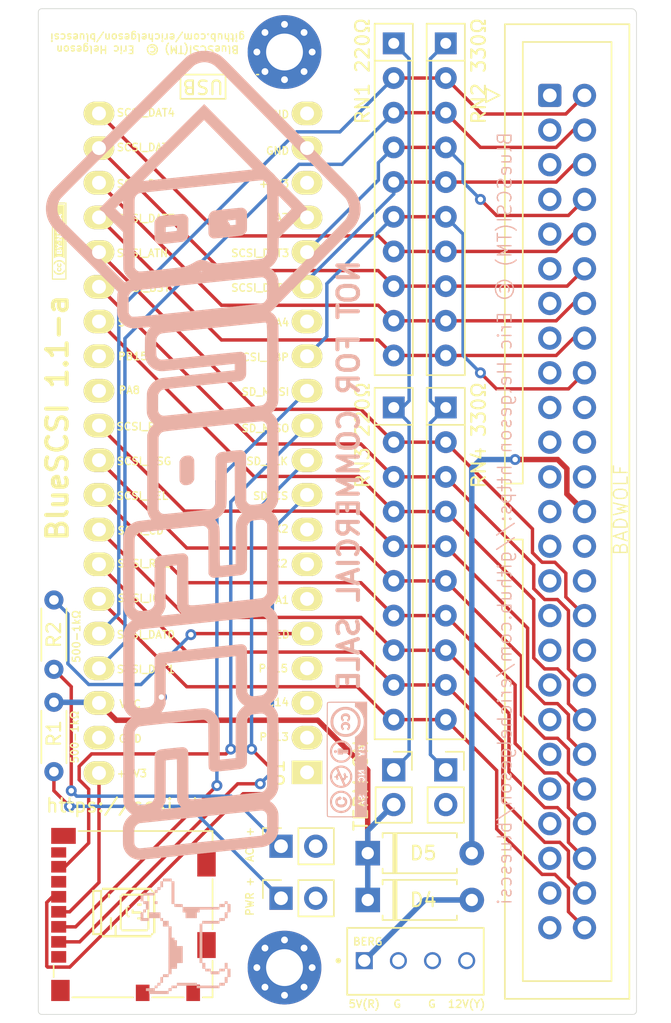
<source format=kicad_pcb>
(kicad_pcb (version 20171130) (host pcbnew "(5.1.10-1-10_14)")
  (layers (0 F.Cu signal) (31 B.Cu signal) (34 B.Paste user) (35 F.Paste user) (36 B.SilkS user) (37 F.SilkS user) (38 B.Mask user) (39 F.Mask user) (44 Edge.Cuts user))
  (net 0 "")
  (net 1 /SD_MISO)
  (net 2 GND)
  (net 3 /SD_CLK)
  (net 4 +3V3)
  (net 5 /SD_MOSI)
  (net 6 /SD_CS)
  (net 7 /SCSI_IO)
  (net 8 /SCSI_REQ)
  (net 9 /SCSI_CD)
  (net 10 /SCSI_SEL)
  (net 11 /SCSI_RST)
  (net 12 /SCSI_ACK)
  (net 13 /SCSI_BSY)
  (net 14 /SCSI_ATN)
  (net 15 /SCSI_MSG)
  (net 16 /SCSI_DBP)
  (net 17 /SCSI_DAT7)
  (net 18 /SCSI_DAT6)
  (net 19 /SCSI_DAT5)
  (net 20 /SCSI_DAT4)
  (net 21 /SCSI_DAT3)
  (net 22 /SCSI_DAT2)
  (net 23 /SCSI_DAT1)
  (net 24 /SCSI_DAT0)
  (net 25 "Net-(JP1-Pad1)")
  (net 26 "Net-(JP2-Pad1)")
  (net 27 VCC)
  (net 28 /TERM_PWR)
  (net 29 +5V)
  (net 30 "Net-(H1-Pad1)")
  (net 31 "Net-(H2-Pad1)")
  (net 32 /EXTERNAL_LED)
  (net 33 "Net-(J4-Pad1)")
  (net 34 "Net-(J3-Pad1)")
  (module BlueSCSILogo:dogcow (layer B.Cu) (at 92.075 163.83 270)
    (fp_text reference G*** hide)
    (fp_text value LOGO hide)
  )
  (module BlueSCSILogo:mac_happy_small (layer F.Cu) (at 87.5665 162.1155 270)
    (fp_text reference G*** hide)
    (fp_text value LOGO hide)
  )
  (module BlueSCSILogo:cc_by_nc_sa_front_silk_screen (layer B.Cu) (at 103.886 150.876 270)
    (fp_text reference G*** hide)
    (fp_text value LOGO hide)
  )
  (module BlueSCSILogo:cc_by_nc_sa_small_front_silk_screen (layer F.Cu) (at 82.804 112.903 90)
    (fp_text reference G*** hide)
    (fp_text value LOGO hide)
  )
  (module BlueSCSILogo:BlueSCSILogoFP (layer B.Cu) (at 93.218 128.651 270)
    (fp_text reference G*** hide)
    (fp_text value LOGO hide)
  )
  (module blue:BluePill_STM32F103C (layer F.Cu) (at 100.965 151.765 180)
    (fp_text reference U1 (at 2.159 -0.127 270) (layer F.SilkS))
    (fp_text value BluePill_STM32F103C hide)
    (pad 40 thru_hole oval (at 15.24 -0.1016 270) (size 1.7272 2.25) (drill 1.016) (layers *.Cu *.Mask F.SilkS) (net 4 +3V3))
    (pad 39 thru_hole oval (at 15.24 2.4892 270) (size 1.7272 2.25) (drill 1.016) (layers *.Cu *.Mask F.SilkS) (net 2 GND))
    (pad 38 thru_hole oval (at 15.24 5.0292 270) (size 1.7272 2.25) (drill 1.016) (layers *.Cu *.Mask F.SilkS) (net 27 VCC))
    (pad 37 thru_hole oval (at 15.24 7.5692 270) (size 1.7272 2.25) (drill 1.016) (layers *.Cu *.Mask F.SilkS) (net 23 /SCSI_DAT1))
    (pad 36 thru_hole oval (at 15.24 10.1092 270) (size 1.7272 2.25) (drill 1.016) (layers *.Cu *.Mask F.SilkS) (net 24 /SCSI_DAT0))
    (pad 35 thru_hole oval (at 15.24 12.6492 270) (size 1.7272 2.25) (drill 1.016) (layers *.Cu *.Mask F.SilkS) (net 7 /SCSI_IO))
    (pad 34 thru_hole oval (at 15.24 15.1892 270) (size 1.7272 2.25) (drill 1.016) (layers *.Cu *.Mask F.SilkS) (net 8 /SCSI_REQ))
    (pad 33 thru_hole oval (at 15.24 17.7292 270) (size 1.7272 2.25) (drill 1.016) (layers *.Cu *.Mask F.SilkS) (net 9 /SCSI_CD))
    (pad 32 thru_hole oval (at 15.24 20.2692 270) (size 1.7272 2.25) (drill 1.016) (layers *.Cu *.Mask F.SilkS) (net 10 /SCSI_SEL))
    (pad 31 thru_hole oval (at 15.24 22.8092 270) (size 1.7272 2.25) (drill 1.016) (layers *.Cu *.Mask F.SilkS) (net 15 /SCSI_MSG))
    (pad 30 thru_hole oval (at 15.24 25.3492 270) (size 1.7272 2.25) (drill 1.016) (layers *.Cu *.Mask F.SilkS) (net 11 /SCSI_RST))
    (pad 29 thru_hole oval (at 15.24 27.8892 270) (size 1.7272 2.25) (drill 1.016) (layers *.Cu *.Mask F.SilkS))
    (pad 28 thru_hole oval (at 15.24 30.4292 270) (size 1.7272 2.25) (drill 1.016) (layers *.Cu *.Mask F.SilkS))
    (pad 27 thru_hole oval (at 15.24 32.9692 270) (size 1.7272 2.25) (drill 1.016) (layers *.Cu *.Mask F.SilkS) (net 12 /SCSI_ACK))
    (pad 26 thru_hole oval (at 15.24 35.5092 270) (size 1.7272 2.25) (drill 1.016) (layers *.Cu *.Mask F.SilkS) (net 13 /SCSI_BSY))
    (pad 25 thru_hole oval (at 15.24 38.0492 270) (size 1.7272 2.25) (drill 1.016) (layers *.Cu *.Mask F.SilkS) (net 14 /SCSI_ATN))
    (pad 24 thru_hole oval (at 15.24 40.5892 270) (size 1.7272 2.25) (drill 1.016) (layers *.Cu *.Mask F.SilkS) (net 17 /SCSI_DAT7))
    (pad 23 thru_hole oval (at 15.24 43.1292 270) (size 1.7272 2.25) (drill 1.016) (layers *.Cu *.Mask F.SilkS) (net 18 /SCSI_DAT6))
    (pad 22 thru_hole oval (at 15.24 45.6692 270) (size 1.7272 2.25) (drill 1.016) (layers *.Cu *.Mask F.SilkS) (net 19 /SCSI_DAT5))
    (pad 21 thru_hole oval (at 15.24 48.2092 270) (size 1.7272 2.25) (drill 1.016) (layers *.Cu *.Mask F.SilkS) (net 20 /SCSI_DAT4))
    (pad 20 thru_hole oval (at 0 48.2092 90) (size 1.7272 2.25) (drill 1.016) (layers *.Cu *.Mask F.SilkS) (net 2 GND))
    (pad 19 thru_hole oval (at 0 45.6692 90) (size 1.7272 2.25) (drill 1.016) (layers *.Cu *.Mask F.SilkS) (net 2 GND))
    (pad 18 thru_hole oval (at 0 43.1292 90) (size 1.7272 2.25) (drill 1.016) (layers *.Cu *.Mask F.SilkS) (net 4 +3V3))
    (pad 17 thru_hole oval (at 0 40.5892 90) (size 1.7272 2.25) (drill 1.016) (layers *.Cu *.Mask F.SilkS))
    (pad 16 thru_hole oval (at 0 38.0492 90) (size 1.7272 2.25) (drill 1.016) (layers *.Cu *.Mask F.SilkS) (net 21 /SCSI_DAT3))
    (pad 15 thru_hole oval (at 0 35.5092 90) (size 1.7272 2.25) (drill 1.016) (layers *.Cu *.Mask F.SilkS) (net 22 /SCSI_DAT2))
    (pad 14 thru_hole oval (at 0 32.9692 90) (size 1.7272 2.25) (drill 1.016) (layers *.Cu *.Mask F.SilkS))
    (pad 13 thru_hole oval (at 0 30.4292 90) (size 1.7272 2.25) (drill 1.016) (layers *.Cu *.Mask F.SilkS) (net 16 /SCSI_DBP))
    (pad 12 thru_hole oval (at 0 27.8892 90) (size 1.7272 2.25) (drill 1.016) (layers *.Cu *.Mask F.SilkS) (net 5 /SD_MOSI))
    (pad 11 thru_hole oval (at 0 25.3492 90) (size 1.7272 2.25) (drill 1.016) (layers *.Cu *.Mask F.SilkS) (net 1 /SD_MISO))
    (pad 10 thru_hole oval (at 0 22.8092 90) (size 1.7272 2.25) (drill 1.016) (layers *.Cu *.Mask F.SilkS) (net 3 /SD_CLK))
    (pad 9 thru_hole oval (at 0 20.2692 90) (size 1.7272 2.25) (drill 1.016) (layers *.Cu *.Mask F.SilkS) (net 6 /SD_CS))
    (pad 8 thru_hole oval (at 0 17.7292 90) (size 1.7272 2.25) (drill 1.016) (layers *.Cu *.Mask F.SilkS))
    (pad 7 thru_hole oval (at 0 15.1892 90) (size 1.7272 2.25) (drill 1.016) (layers *.Cu *.Mask F.SilkS))
    (pad 6 thru_hole oval (at 0 12.6492 90) (size 1.7272 2.25) (drill 1.016) (layers *.Cu *.Mask F.SilkS))
    (pad 5 thru_hole oval (at 0 10.1092 90) (size 1.7272 2.25) (drill 1.016) (layers *.Cu *.Mask F.SilkS) (net 32 /EXTERNAL_LED))
    (pad 4 thru_hole oval (at 0 7.5692 90) (size 1.7272 2.25) (drill 1.016) (layers *.Cu *.Mask F.SilkS))
    (pad 3 thru_hole oval (at 0 5.0292 90) (size 1.7272 2.25) (drill 1.016) (layers *.Cu *.Mask F.SilkS))
    (pad 2 thru_hole oval (at 0 2.4892 90) (size 1.7272 2.25) (drill 1.016) (layers *.Cu *.Mask F.SilkS))
    (pad 1 thru_hole rect (at 0 -0.0508 90) (size 1.7272 2.25) (drill 1.016) (layers *.Cu *.Mask F.SilkS))
  )
  (module Connector_IDC:IDC-Header_2x25_P2.54mm_Vertical (layer F.Cu) (at 118.745 102.235)
    (fp_text reference J2 hide)
    (fp_text value Conn_02x25_Odd_Even)
    (pad 50 thru_hole circle (at 2.54 60.96) (size 1.7 1.7) (drill 1) (layers *.Cu *.Mask) (net 7 /SCSI_IO))
    (pad 48 thru_hole circle (at 2.54 58.42) (size 1.7 1.7) (drill 1) (layers *.Cu *.Mask) (net 8 /SCSI_REQ))
    (pad 46 thru_hole circle (at 2.54 55.88) (size 1.7 1.7) (drill 1) (layers *.Cu *.Mask) (net 9 /SCSI_CD))
    (pad 44 thru_hole circle (at 2.54 53.34) (size 1.7 1.7) (drill 1) (layers *.Cu *.Mask) (net 10 /SCSI_SEL))
    (pad 42 thru_hole circle (at 2.54 50.8) (size 1.7 1.7) (drill 1) (layers *.Cu *.Mask) (net 15 /SCSI_MSG))
    (pad 40 thru_hole circle (at 2.54 48.26) (size 1.7 1.7) (drill 1) (layers *.Cu *.Mask) (net 11 /SCSI_RST))
    (pad 38 thru_hole circle (at 2.54 45.72) (size 1.7 1.7) (drill 1) (layers *.Cu *.Mask) (net 12 /SCSI_ACK))
    (pad 36 thru_hole circle (at 2.54 43.18) (size 1.7 1.7) (drill 1) (layers *.Cu *.Mask) (net 13 /SCSI_BSY))
    (pad 34 thru_hole circle (at 2.54 40.64) (size 1.7 1.7) (drill 1) (layers *.Cu *.Mask))
    (pad 32 thru_hole circle (at 2.54 38.1) (size 1.7 1.7) (drill 1) (layers *.Cu *.Mask) (net 14 /SCSI_ATN))
    (pad 30 thru_hole circle (at 2.54 35.56) (size 1.7 1.7) (drill 1) (layers *.Cu *.Mask) (net 2 GND))
    (pad 28 thru_hole circle (at 2.54 33.02) (size 1.7 1.7) (drill 1) (layers *.Cu *.Mask) (net 2 GND))
    (pad 26 thru_hole circle (at 2.54 30.48) (size 1.7 1.7) (drill 1) (layers *.Cu *.Mask) (net 28 /TERM_PWR))
    (pad 24 thru_hole circle (at 2.54 27.94) (size 1.7 1.7) (drill 1) (layers *.Cu *.Mask) (net 2 GND))
    (pad 22 thru_hole circle (at 2.54 25.4) (size 1.7 1.7) (drill 1) (layers *.Cu *.Mask) (net 2 GND))
    (pad 20 thru_hole circle (at 2.54 22.86) (size 1.7 1.7) (drill 1) (layers *.Cu *.Mask) (net 2 GND))
    (pad 18 thru_hole circle (at 2.54 20.32) (size 1.7 1.7) (drill 1) (layers *.Cu *.Mask) (net 16 /SCSI_DBP))
    (pad 16 thru_hole circle (at 2.54 17.78) (size 1.7 1.7) (drill 1) (layers *.Cu *.Mask) (net 17 /SCSI_DAT7))
    (pad 14 thru_hole circle (at 2.54 15.24) (size 1.7 1.7) (drill 1) (layers *.Cu *.Mask) (net 18 /SCSI_DAT6))
    (pad 12 thru_hole circle (at 2.54 12.7) (size 1.7 1.7) (drill 1) (layers *.Cu *.Mask) (net 19 /SCSI_DAT5))
    (pad 10 thru_hole circle (at 2.54 10.16) (size 1.7 1.7) (drill 1) (layers *.Cu *.Mask) (net 20 /SCSI_DAT4))
    (pad 8 thru_hole circle (at 2.54 7.62) (size 1.7 1.7) (drill 1) (layers *.Cu *.Mask) (net 21 /SCSI_DAT3))
    (pad 6 thru_hole circle (at 2.54 5.08) (size 1.7 1.7) (drill 1) (layers *.Cu *.Mask) (net 22 /SCSI_DAT2))
    (pad 4 thru_hole circle (at 2.54 2.54) (size 1.7 1.7) (drill 1) (layers *.Cu *.Mask) (net 23 /SCSI_DAT1))
    (pad 2 thru_hole circle (at 2.54 0) (size 1.7 1.7) (drill 1) (layers *.Cu *.Mask) (net 24 /SCSI_DAT0))
    (pad 49 thru_hole circle (at 0 60.96) (size 1.7 1.7) (drill 1) (layers *.Cu *.Mask) (net 2 GND))
    (pad 47 thru_hole circle (at 0 58.42) (size 1.7 1.7) (drill 1) (layers *.Cu *.Mask) (net 2 GND))
    (pad 45 thru_hole circle (at 0 55.88) (size 1.7 1.7) (drill 1) (layers *.Cu *.Mask) (net 2 GND))
    (pad 43 thru_hole circle (at 0 53.34) (size 1.7 1.7) (drill 1) (layers *.Cu *.Mask) (net 2 GND))
    (pad 41 thru_hole circle (at 0 50.8) (size 1.7 1.7) (drill 1) (layers *.Cu *.Mask) (net 2 GND))
    (pad 39 thru_hole circle (at 0 48.26) (size 1.7 1.7) (drill 1) (layers *.Cu *.Mask) (net 2 GND))
    (pad 37 thru_hole circle (at 0 45.72) (size 1.7 1.7) (drill 1) (layers *.Cu *.Mask) (net 2 GND))
    (pad 35 thru_hole circle (at 0 43.18) (size 1.7 1.7) (drill 1) (layers *.Cu *.Mask) (net 2 GND))
    (pad 33 thru_hole circle (at 0 40.64) (size 1.7 1.7) (drill 1) (layers *.Cu *.Mask) (net 2 GND))
    (pad 31 thru_hole circle (at 0 38.1) (size 1.7 1.7) (drill 1) (layers *.Cu *.Mask) (net 2 GND))
    (pad 29 thru_hole circle (at 0 35.56) (size 1.7 1.7) (drill 1) (layers *.Cu *.Mask) (net 2 GND))
    (pad 27 thru_hole circle (at 0 33.02) (size 1.7 1.7) (drill 1) (layers *.Cu *.Mask) (net 2 GND))
    (pad 25 thru_hole circle (at 0 30.48) (size 1.7 1.7) (drill 1) (layers *.Cu *.Mask))
    (pad 23 thru_hole circle (at 0 27.94) (size 1.7 1.7) (drill 1) (layers *.Cu *.Mask) (net 2 GND))
    (pad 21 thru_hole circle (at 0 25.4) (size 1.7 1.7) (drill 1) (layers *.Cu *.Mask) (net 2 GND))
    (pad 19 thru_hole circle (at 0 22.86) (size 1.7 1.7) (drill 1) (layers *.Cu *.Mask) (net 2 GND))
    (pad 17 thru_hole circle (at 0 20.32) (size 1.7 1.7) (drill 1) (layers *.Cu *.Mask) (net 2 GND))
    (pad 15 thru_hole circle (at 0 17.78) (size 1.7 1.7) (drill 1) (layers *.Cu *.Mask) (net 2 GND))
    (pad 13 thru_hole circle (at 0 15.24) (size 1.7 1.7) (drill 1) (layers *.Cu *.Mask) (net 2 GND))
    (pad 11 thru_hole circle (at 0 12.7) (size 1.7 1.7) (drill 1) (layers *.Cu *.Mask) (net 2 GND))
    (pad 9 thru_hole circle (at 0 10.16) (size 1.7 1.7) (drill 1) (layers *.Cu *.Mask) (net 2 GND))
    (pad 7 thru_hole circle (at 0 7.62) (size 1.7 1.7) (drill 1) (layers *.Cu *.Mask) (net 2 GND))
    (pad 5 thru_hole circle (at 0 5.08) (size 1.7 1.7) (drill 1) (layers *.Cu *.Mask) (net 2 GND))
    (pad 3 thru_hole circle (at 0 2.54) (size 1.7 1.7) (drill 1) (layers *.Cu *.Mask) (net 2 GND))
    (pad 1 thru_hole roundrect (at 0 0) (size 1.7 1.7) (drill 1) (layers *.Cu *.Mask) (roundrect_rratio 0.1470588235294118) (net 2 GND))
  )
  (module Connector_Card:microSD_HC_Molex_104031-0811 (layer F.Cu) (at 88.224 162.225 90)
    (fp_text reference J5 hide)
    (fp_text value Micro_SD_Card)
    (pad 11 smd rect (at 3.73 5.375 90) (size 1.9 1.35) (layers F.Cu F.Paste F.Mask))
    (pad 11 smd rect (at -2.24 5.375 90) (size 1.9 1.35) (layers F.Cu F.Paste F.Mask))
    (pad 9 smd rect (at -5.74 0.7 90) (size 1.2 1) (layers F.Cu F.Paste F.Mask) (net 2 GND))
    (pad 10 smd rect (at -5.74 4.4 90) (size 1.2 1) (layers F.Cu F.Paste F.Mask))
    (pad 11 smd rect (at -5.565 -5.325 90) (size 1.55 1.35) (layers F.Cu F.Paste F.Mask))
    (pad 11 smd rect (at 5.755 -5.1 90) (size 1.17 1.8) (layers F.Cu F.Paste F.Mask))
    (pad 7 smd rect (at 3.495 -5.45 90) (size 0.85 1.1) (layers F.Cu F.Paste F.Mask) (net 1 /SD_MISO))
    (pad 6 smd rect (at 2.395 -5.45 90) (size 0.85 1.1) (layers F.Cu F.Paste F.Mask) (net 2 GND))
    (pad 5 smd rect (at 1.295 -5.45 90) (size 0.85 1.1) (layers F.Cu F.Paste F.Mask) (net 3 /SD_CLK))
    (pad 4 smd rect (at 0.195 -5.45 90) (size 0.85 1.1) (layers F.Cu F.Paste F.Mask) (net 4 +3V3))
    (pad 3 smd rect (at -0.905 -5.45 90) (size 0.85 1.1) (layers F.Cu F.Paste F.Mask) (net 5 /SD_MOSI))
    (pad 2 smd rect (at -2.005 -5.45 90) (size 0.85 1.1) (layers F.Cu F.Paste F.Mask) (net 6 /SD_CS))
    (pad 8 smd rect (at 4.545 -5.45 90) (size 0.75 1.1) (layers F.Cu F.Paste F.Mask))
    (pad 1 smd rect (at -3.105 -5.45 90) (size 0.85 1.1) (layers F.Cu F.Paste F.Mask))
  )
  (module Connector_PinSocket_2.54mm:PinSocket_1x02_P2.54mm_Vertical (layer F.Cu) (at 111.125 151.638)
    (fp_text reference JP1 hide)
    (fp_text value TERM_ENABLE_GND)
    (pad 1 thru_hole rect (at 0 0) (size 1.7 1.7) (drill 1) (layers *.Cu *.Mask) (net 25 "Net-(JP1-Pad1)"))
    (pad 2 thru_hole oval (at 0 2.54) (size 1.7 1.7) (drill 1) (layers *.Cu *.Mask) (net 2 GND))
  )
  (module Connector_PinSocket_2.54mm:PinSocket_1x02_P2.54mm_Vertical (layer F.Cu) (at 107.315 151.638)
    (fp_text reference JP2 hide)
    (fp_text value TERM_ENABLE_5V)
    (pad 2 thru_hole oval (at 0 2.54) (size 1.7 1.7) (drill 1) (layers *.Cu *.Mask) (net 27 VCC))
    (pad 1 thru_hole rect (at 0 0) (size 1.7 1.7) (drill 1) (layers *.Cu *.Mask) (net 26 "Net-(JP2-Pad1)"))
  )
  (module Resistor_THT:R_Array_SIP10 (layer F.Cu) (at 107.315 98.425 270)
    (fp_text reference RN1 hide)
    (fp_text value 220)
    (pad 1 thru_hole rect (at 0 0 270) (size 1.6 1.6) (drill 0.8) (layers *.Cu *.Mask) (net 26 "Net-(JP2-Pad1)"))
    (pad 2 thru_hole oval (at 2.54 0 270) (size 1.6 1.6) (drill 0.8) (layers *.Cu *.Mask) (net 24 /SCSI_DAT0))
    (pad 3 thru_hole oval (at 5.08 0 270) (size 1.6 1.6) (drill 0.8) (layers *.Cu *.Mask) (net 23 /SCSI_DAT1))
    (pad 4 thru_hole oval (at 7.62 0 270) (size 1.6 1.6) (drill 0.8) (layers *.Cu *.Mask) (net 21 /SCSI_DAT3))
    (pad 5 thru_hole oval (at 10.16 0 270) (size 1.6 1.6) (drill 0.8) (layers *.Cu *.Mask) (net 22 /SCSI_DAT2))
    (pad 6 thru_hole oval (at 12.7 0 270) (size 1.6 1.6) (drill 0.8) (layers *.Cu *.Mask) (net 16 /SCSI_DBP))
    (pad 7 thru_hole oval (at 15.24 0 270) (size 1.6 1.6) (drill 0.8) (layers *.Cu *.Mask) (net 20 /SCSI_DAT4))
    (pad 8 thru_hole oval (at 17.78 0 270) (size 1.6 1.6) (drill 0.8) (layers *.Cu *.Mask) (net 19 /SCSI_DAT5))
    (pad 9 thru_hole oval (at 20.32 0 270) (size 1.6 1.6) (drill 0.8) (layers *.Cu *.Mask) (net 18 /SCSI_DAT6))
    (pad 10 thru_hole oval (at 22.86 0 270) (size 1.6 1.6) (drill 0.8) (layers *.Cu *.Mask) (net 17 /SCSI_DAT7))
  )
  (module Resistor_THT:R_Array_SIP10 (layer F.Cu) (at 111.125 98.425 270)
    (fp_text reference RN2 hide)
    (fp_text value 330)
    (pad 1 thru_hole rect (at 0 0 270) (size 1.6 1.6) (drill 0.8) (layers *.Cu *.Mask) (net 25 "Net-(JP1-Pad1)"))
    (pad 2 thru_hole oval (at 2.54 0 270) (size 1.6 1.6) (drill 0.8) (layers *.Cu *.Mask) (net 24 /SCSI_DAT0))
    (pad 3 thru_hole oval (at 5.08 0 270) (size 1.6 1.6) (drill 0.8) (layers *.Cu *.Mask) (net 23 /SCSI_DAT1))
    (pad 4 thru_hole oval (at 7.62 0 270) (size 1.6 1.6) (drill 0.8) (layers *.Cu *.Mask) (net 21 /SCSI_DAT3))
    (pad 5 thru_hole oval (at 10.16 0 270) (size 1.6 1.6) (drill 0.8) (layers *.Cu *.Mask) (net 22 /SCSI_DAT2))
    (pad 6 thru_hole oval (at 12.7 0 270) (size 1.6 1.6) (drill 0.8) (layers *.Cu *.Mask) (net 16 /SCSI_DBP))
    (pad 7 thru_hole oval (at 15.24 0 270) (size 1.6 1.6) (drill 0.8) (layers *.Cu *.Mask) (net 20 /SCSI_DAT4))
    (pad 8 thru_hole oval (at 17.78 0 270) (size 1.6 1.6) (drill 0.8) (layers *.Cu *.Mask) (net 19 /SCSI_DAT5))
    (pad 9 thru_hole oval (at 20.32 0 270) (size 1.6 1.6) (drill 0.8) (layers *.Cu *.Mask) (net 18 /SCSI_DAT6))
    (pad 10 thru_hole oval (at 22.86 0 270) (size 1.6 1.6) (drill 0.8) (layers *.Cu *.Mask) (net 17 /SCSI_DAT7))
  )
  (module Resistor_THT:R_Array_SIP10 (layer F.Cu) (at 107.315 125.095 270)
    (fp_text reference RN3 hide)
    (fp_text value 220)
    (pad 10 thru_hole oval (at 22.86 0 270) (size 1.6 1.6) (drill 0.8) (layers *.Cu *.Mask) (net 7 /SCSI_IO))
    (pad 9 thru_hole oval (at 20.32 0 270) (size 1.6 1.6) (drill 0.8) (layers *.Cu *.Mask) (net 8 /SCSI_REQ))
    (pad 8 thru_hole oval (at 17.78 0 270) (size 1.6 1.6) (drill 0.8) (layers *.Cu *.Mask) (net 9 /SCSI_CD))
    (pad 7 thru_hole oval (at 15.24 0 270) (size 1.6 1.6) (drill 0.8) (layers *.Cu *.Mask) (net 10 /SCSI_SEL))
    (pad 6 thru_hole oval (at 12.7 0 270) (size 1.6 1.6) (drill 0.8) (layers *.Cu *.Mask) (net 15 /SCSI_MSG))
    (pad 5 thru_hole oval (at 10.16 0 270) (size 1.6 1.6) (drill 0.8) (layers *.Cu *.Mask) (net 11 /SCSI_RST))
    (pad 4 thru_hole oval (at 7.62 0 270) (size 1.6 1.6) (drill 0.8) (layers *.Cu *.Mask) (net 12 /SCSI_ACK))
    (pad 3 thru_hole oval (at 5.08 0 270) (size 1.6 1.6) (drill 0.8) (layers *.Cu *.Mask) (net 13 /SCSI_BSY))
    (pad 2 thru_hole oval (at 2.54 0 270) (size 1.6 1.6) (drill 0.8) (layers *.Cu *.Mask) (net 14 /SCSI_ATN))
    (pad 1 thru_hole rect (at 0 0 270) (size 1.6 1.6) (drill 0.8) (layers *.Cu *.Mask) (net 26 "Net-(JP2-Pad1)"))
  )
  (module Resistor_THT:R_Array_SIP10 (layer F.Cu) (at 111.125 125.095 270)
    (fp_text reference RN4 hide)
    (fp_text value 330)
    (pad 10 thru_hole oval (at 22.86 0 270) (size 1.6 1.6) (drill 0.8) (layers *.Cu *.Mask) (net 7 /SCSI_IO))
    (pad 9 thru_hole oval (at 20.32 0 270) (size 1.6 1.6) (drill 0.8) (layers *.Cu *.Mask) (net 8 /SCSI_REQ))
    (pad 8 thru_hole oval (at 17.78 0 270) (size 1.6 1.6) (drill 0.8) (layers *.Cu *.Mask) (net 9 /SCSI_CD))
    (pad 7 thru_hole oval (at 15.24 0 270) (size 1.6 1.6) (drill 0.8) (layers *.Cu *.Mask) (net 10 /SCSI_SEL))
    (pad 6 thru_hole oval (at 12.7 0 270) (size 1.6 1.6) (drill 0.8) (layers *.Cu *.Mask) (net 15 /SCSI_MSG))
    (pad 5 thru_hole oval (at 10.16 0 270) (size 1.6 1.6) (drill 0.8) (layers *.Cu *.Mask) (net 11 /SCSI_RST))
    (pad 4 thru_hole oval (at 7.62 0 270) (size 1.6 1.6) (drill 0.8) (layers *.Cu *.Mask) (net 12 /SCSI_ACK))
    (pad 3 thru_hole oval (at 5.08 0 270) (size 1.6 1.6) (drill 0.8) (layers *.Cu *.Mask) (net 13 /SCSI_BSY))
    (pad 2 thru_hole oval (at 2.54 0 270) (size 1.6 1.6) (drill 0.8) (layers *.Cu *.Mask) (net 14 /SCSI_ATN))
    (pad 1 thru_hole rect (at 0 0 270) (size 1.6 1.6) (drill 0.8) (layers *.Cu *.Mask) (net 25 "Net-(JP1-Pad1)"))
  )
  (module 171825-4:TE_171825-4 (layer F.Cu) (at 105.156 165.608)
    (fp_text reference J1 hide)
    (fp_text value "Berg Power Connector")
    (pad 1 thru_hole rect (at 0 0) (size 1.25 1.25) (drill 0.9) (layers *.Cu *.Mask) (net 29 +5V))
    (pad 2 thru_hole circle (at 2.5 0) (size 1.25 1.25) (drill 0.9) (layers *.Cu *.Mask) (net 2 GND))
    (pad 3 thru_hole circle (at 5 0) (size 1.25 1.25) (drill 0.9) (layers *.Cu *.Mask))
    (pad 4 thru_hole circle (at 7.5 0) (size 1.25 1.25) (drill 0.9) (layers *.Cu *.Mask))
  )
  (module Diode_THT:D_A-405_P7.62mm_Horizontal (layer F.Cu) (at 105.41 161.163)
    (fp_text reference D4 (at 4.064 0 180) (layer F.SilkS))
    (fp_text value Diode)
    (pad 1 thru_hole rect (at 0 0) (size 1.8 1.8) (drill 0.9) (layers *.Cu *.Mask) (net 27 VCC))
    (pad 2 thru_hole oval (at 7.62 0) (size 1.8 1.8) (drill 0.9) (layers *.Cu *.Mask) (net 29 +5V))
  )
  (module Diode_THT:D_A-405_P7.62mm_Horizontal (layer F.Cu) (at 105.41 157.734)
    (fp_text reference D5 (at 4.064 0 180) (layer F.SilkS))
    (fp_text value Diode)
    (pad 2 thru_hole oval (at 7.62 0) (size 1.8 1.8) (drill 0.9) (layers *.Cu *.Mask) (net 28 /TERM_PWR))
    (pad 1 thru_hole rect (at 0 0) (size 1.8 1.8) (drill 0.9) (layers *.Cu *.Mask) (net 27 VCC))
  )
  (module MountingHole:MountingHole_2.7mm_M2.5_Pad_Via (layer F.Cu) (at 99.314 99.06)
    (fp_text reference H1 hide)
    (fp_text value MountingHole_Pad)
    (pad 1 thru_hole circle (at 0 0) (size 5.4 5.4) (drill 2.7) (layers *.Cu *.Mask) (net 30 "Net-(H1-Pad1)"))
    (pad 1 thru_hole circle (at 2.025 0) (size 0.8 0.8) (drill 0.5) (layers *.Cu *.Mask) (net 30 "Net-(H1-Pad1)"))
    (pad 1 thru_hole circle (at 1.431891 1.431891) (size 0.8 0.8) (drill 0.5) (layers *.Cu *.Mask) (net 30 "Net-(H1-Pad1)"))
    (pad 1 thru_hole circle (at 0 2.025) (size 0.8 0.8) (drill 0.5) (layers *.Cu *.Mask) (net 30 "Net-(H1-Pad1)"))
    (pad 1 thru_hole circle (at -1.431891 1.431891) (size 0.8 0.8) (drill 0.5) (layers *.Cu *.Mask) (net 30 "Net-(H1-Pad1)"))
    (pad 1 thru_hole circle (at -2.025 0) (size 0.8 0.8) (drill 0.5) (layers *.Cu *.Mask) (net 30 "Net-(H1-Pad1)"))
    (pad 1 thru_hole circle (at -1.431891 -1.431891) (size 0.8 0.8) (drill 0.5) (layers *.Cu *.Mask) (net 30 "Net-(H1-Pad1)"))
    (pad 1 thru_hole circle (at 0 -2.025) (size 0.8 0.8) (drill 0.5) (layers *.Cu *.Mask) (net 30 "Net-(H1-Pad1)"))
    (pad 1 thru_hole circle (at 1.431891 -1.431891) (size 0.8 0.8) (drill 0.5) (layers *.Cu *.Mask) (net 30 "Net-(H1-Pad1)"))
  )
  (module MountingHole:MountingHole_2.7mm_M2.5_Pad_Via (layer F.Cu) (at 99.314 166.116)
    (fp_text reference H2 hide)
    (fp_text value MountingHole_Pad)
    (pad 1 thru_hole circle (at 0 0) (size 5.4 5.4) (drill 2.7) (layers *.Cu *.Mask) (net 31 "Net-(H2-Pad1)"))
    (pad 1 thru_hole circle (at 2.025 0) (size 0.8 0.8) (drill 0.5) (layers *.Cu *.Mask) (net 31 "Net-(H2-Pad1)"))
    (pad 1 thru_hole circle (at 1.431891 1.431891) (size 0.8 0.8) (drill 0.5) (layers *.Cu *.Mask) (net 31 "Net-(H2-Pad1)"))
    (pad 1 thru_hole circle (at 0 2.025) (size 0.8 0.8) (drill 0.5) (layers *.Cu *.Mask) (net 31 "Net-(H2-Pad1)"))
    (pad 1 thru_hole circle (at -1.431891 1.431891) (size 0.8 0.8) (drill 0.5) (layers *.Cu *.Mask) (net 31 "Net-(H2-Pad1)"))
    (pad 1 thru_hole circle (at -2.025 0) (size 0.8 0.8) (drill 0.5) (layers *.Cu *.Mask) (net 31 "Net-(H2-Pad1)"))
    (pad 1 thru_hole circle (at -1.431891 -1.431891) (size 0.8 0.8) (drill 0.5) (layers *.Cu *.Mask) (net 31 "Net-(H2-Pad1)"))
    (pad 1 thru_hole circle (at 0 -2.025) (size 0.8 0.8) (drill 0.5) (layers *.Cu *.Mask) (net 31 "Net-(H2-Pad1)"))
    (pad 1 thru_hole circle (at 1.431891 -1.431891) (size 0.8 0.8) (drill 0.5) (layers *.Cu *.Mask) (net 31 "Net-(H2-Pad1)"))
  )
  (module Resistor_THT:R_Axial_DIN0204_L3.6mm_D1.6mm_P5.08mm_Horizontal (layer F.Cu) (at 82.423 144.272 90)
    (fp_text reference R2 (at 2.54 0 90) (layer F.SilkS))
    (fp_text value R_US)
    (pad 1 thru_hole circle (at 0 0 90) (size 1.4 1.4) (drill 0.7) (layers *.Cu *.Mask) (net 34 "Net-(J3-Pad1)"))
    (pad 2 thru_hole oval (at 5.08 0 90) (size 1.4 1.4) (drill 0.7) (layers *.Cu *.Mask) (net 32 /EXTERNAL_LED))
  )
  (module Resistor_THT:R_Axial_DIN0204_L3.6mm_D1.6mm_P5.08mm_Horizontal (layer F.Cu) (at 82.423 151.765 90)
    (fp_text reference R1 (at 2.794 0 90) (layer F.SilkS))
    (fp_text value R_US)
    (pad 2 thru_hole oval (at 5.08 0 90) (size 1.4 1.4) (drill 0.7) (layers *.Cu *.Mask) (net 27 VCC))
    (pad 1 thru_hole circle (at 0 0 90) (size 1.4 1.4) (drill 0.7) (layers *.Cu *.Mask) (net 33 "Net-(J4-Pad1)"))
  )
  (module Connector_PinSocket_2.54mm:PinSocket_1x02_P2.54mm_Vertical (layer F.Cu) (at 99.06 157.226 90)
    (fp_text reference J3 hide)
    (fp_text value ACT_LED)
    (pad 1 thru_hole rect (at 0 0 90) (size 1.7 1.7) (drill 1) (layers *.Cu *.Mask) (net 34 "Net-(J3-Pad1)"))
    (pad 2 thru_hole oval (at 0 2.54 90) (size 1.7 1.7) (drill 1) (layers *.Cu *.Mask) (net 2 GND))
  )
  (module Connector_PinSocket_2.54mm:PinSocket_1x02_P2.54mm_Vertical (layer F.Cu) (at 99.06 161.036 90)
    (fp_text reference J4 hide)
    (fp_text value POWER_LED)
    (pad 2 thru_hole oval (at 0 2.54 90) (size 1.7 1.7) (drill 1) (layers *.Cu *.Mask) (net 2 GND))
    (pad 1 thru_hole rect (at 0 0 90) (size 1.7 1.7) (drill 1) (layers *.Cu *.Mask) (net 33 "Net-(J4-Pad1)"))
  )
  (gr_arc (start 124.841 169.291) (end 124.841 169.545) (angle -90) (layer Edge.Cuts) (width 0.05))
  (gr_arc (start 81.534 169.291) (end 81.28 169.291) (angle -90) (layer Edge.Cuts) (width 0.05))
  (gr_arc (start 81.534 96.139) (end 81.534 95.885) (angle -90) (layer Edge.Cuts) (width 0.05))
  (gr_arc (start 124.714 96.266) (end 125.095 96.266) (angle -90) (layer Edge.Cuts) (width 0.05))
  (gr_text PA1 (at 98.8695 139.192) (layer F.SilkS) (effects (font (size 0.55 0.55) (thickness 0.1))))
  (gr_text PA7 (at 98.8695 111.1885) (layer F.SilkS) (effects (font (size 0.55 0.55) (thickness 0.1))))
  (gr_text PA4 (at 98.8695 118.872) (layer F.SilkS) (effects (font (size 0.55 0.55) (thickness 0.1))))
  (gr_text PA8 (at 87.9475 123.825) (layer F.SilkS) (effects (font (size 0.55 0.55) (thickness 0.1))))
  (gr_text PB15 (at 88.2015 121.3485) (layer F.SilkS) (effects (font (size 0.55 0.55) (thickness 0.1))))
  (gr_text PC15 (at 98.4885 144.2085) (layer F.SilkS) (effects (font (size 0.55 0.55) (thickness 0.1))))
  (gr_text PC14 (at 98.552 146.685) (layer F.SilkS) (effects (font (size 0.55 0.55) (thickness 0.1))))
  (gr_text PC13 (at 98.552 149.225) (layer F.SilkS) (effects (font (size 0.55 0.55) (thickness 0.1))))
  (gr_text RX2 (at 98.806 133.985) (layer F.SilkS) (effects (font (size 0.55 0.55) (thickness 0.1))))
  (gr_text TX2 (at 98.806 136.525) (layer F.SilkS) (effects (font (size 0.55 0.55) (thickness 0.1))))
  (gr_text "BlueSCSI(TM) © Eric Helgeson https://github.com/erichelgeson/bluescsi" (at 115.443 133.223 90) (layer B.SilkS) (effects (font (size 1 1) (thickness 0.1)) (justify mirror)))
  (gr_text 500-1kΩ (at 84.074 141.859 90) (layer F.SilkS) (effects (font (size 0.55 0.55) (thickness 0.1))))
  (gr_text 500-1kΩ (at 83.947 149.225 90) (layer F.SilkS) (effects (font (size 0.55 0.55) (thickness 0.1))))
  (gr_text BERG (at 105.41 164.211) (layer F.SilkS) (effects (font (size 0.55 0.55) (thickness 0.1))))
  (gr_text "ACT +" (at 96.774 157.099 90) (layer F.SilkS) (effects (font (size 0.55 0.55) (thickness 0.1))))
  (gr_text "PWR +" (at 96.774 160.909 90) (layer F.SilkS) (effects (font (size 0.55 0.55) (thickness 0.1))))
  (gr_text VCC (at 88.011 146.812) (layer F.SilkS) (effects (font (size 0.55 0.55) (thickness 0.1))))
  (gr_text GND (at 88.011 149.352) (layer F.SilkS) (effects (font (size 0.55 0.55) (thickness 0.1))))
  (gr_text +3V3 (at 88.138 151.892) (layer F.SilkS) (effects (font (size 0.55 0.55) (thickness 0.1))))
  (gr_text GND (at 98.806 103.632) (layer F.SilkS) (effects (font (size 0.55 0.55) (thickness 0.1))))
  (gr_text GND (at 98.806 106.299) (layer F.SilkS) (effects (font (size 0.55 0.55) (thickness 0.1))))
  (gr_text +3V3 (at 98.552 108.712) (layer F.SilkS) (effects (font (size 0.55 0.55) (thickness 0.1))))
  (gr_text SCSI_DAT3 (at 97.536 113.792) (layer F.SilkS) (effects (font (size 0.55 0.55) (thickness 0.1))))
  (gr_text SCSI_DAT2 (at 97.536 116.332) (layer F.SilkS) (effects (font (size 0.55 0.55) (thickness 0.1))))
  (gr_text SCSI_DBP (at 97.663 121.412) (layer F.SilkS) (effects (font (size 0.55 0.55) (thickness 0.1))))
  (gr_text SD_MOSI (at 97.917 123.952) (layer F.SilkS) (effects (font (size 0.55 0.55) (thickness 0.1))))
  (gr_text SD_MISO (at 97.917 126.619) (layer F.SilkS) (effects (font (size 0.55 0.55) (thickness 0.1))))
  (gr_text SD_CLK (at 98.044 129.032) (layer F.SilkS) (effects (font (size 0.55 0.55) (thickness 0.1))))
  (gr_text SD_CS (at 98.298 131.572) (layer F.SilkS) (effects (font (size 0.55 0.55) (thickness 0.1))))
  (gr_text LED (at 98.933 141.732) (layer F.SilkS) (effects (font (size 0.55 0.55) (thickness 0.1))))
  (gr_text SCSI_DAT1 (at 89.154 144.272) (layer F.SilkS) (effects (font (size 0.55 0.55) (thickness 0.1))))
  (gr_text SCSI_DAT0 (at 89.154 141.732) (layer F.SilkS) (effects (font (size 0.55 0.55) (thickness 0.1))))
  (gr_text SCSI_IO (at 88.646 139.065) (layer F.SilkS) (effects (font (size 0.55 0.55) (thickness 0.1))))
  (gr_text SCSI_REQ (at 89.027 136.525) (layer F.SilkS) (effects (font (size 0.55 0.55) (thickness 0.1))))
  (gr_text SCSI_CD (at 88.773 134.112) (layer F.SilkS) (effects (font (size 0.55 0.55) (thickness 0.1))))
  (gr_text SCSI_SEL (at 88.9 131.572) (layer F.SilkS) (effects (font (size 0.55 0.55) (thickness 0.1))))
  (gr_text SCSI_MSG (at 89.027 129.032) (layer F.SilkS) (effects (font (size 0.55 0.55) (thickness 0.1))))
  (gr_text SCSI_RST (at 88.9 126.492) (layer F.SilkS) (effects (font (size 0.55 0.55) (thickness 0.1))))
  (gr_text SCSI_ACK (at 89.027 118.872) (layer F.SilkS) (effects (font (size 0.55 0.55) (thickness 0.1))))
  (gr_text SCSI_BSY (at 89.027 116.332) (layer F.SilkS) (effects (font (size 0.55 0.55) (thickness 0.1))))
  (gr_text SCSI_ATN (at 88.9 113.792) (layer F.SilkS) (effects (font (size 0.55 0.55) (thickness 0.1))))
  (gr_text SCSI_DAT7 (at 89.154 111.252) (layer F.SilkS) (effects (font (size 0.55 0.55) (thickness 0.1))))
  (gr_text SCSI_DAT6 (at 89.154 108.712) (layer F.SilkS) (effects (font (size 0.55 0.55) (thickness 0.1))))
  (gr_text SCSI_DAT5 (at 89.154 106.045) (layer F.SilkS) (effects (font (size 0.55 0.55) (thickness 0.1))))
  (gr_text SCSI_DAT4 (at 89.154 103.505) (layer F.SilkS) (effects (font (size 0.55 0.55) (thickness 0.1))))
  (gr_text - (at 86.868 163.449 90) (layer F.SilkS) (effects (font (size 1 1))))
  (gr_text "BlueSCSI(TM) ©  Eric Helgeson\ngithub.com/erichelgeson/bluescsi" (at 89.281 98.425 180) (layer F.SilkS) (effects (font (size 0.55 0.55) (thickness 0.1))))
  (gr_line (start 94.996 100.711) (end 94.996 102.489) (layer F.SilkS) (width 0.12))
  (gr_line (start 97.282 100.711) (end 97.409 100.711) (layer F.SilkS) (width 0.12))
  (gr_line (start 91.7575 100.711) (end 94.996 100.711) (layer F.SilkS) (width 0.12))
  (gr_line (start 91.694 102.489) (end 94.996 102.489) (layer F.SilkS) (width 0.12))
  (gr_line (start 91.694 100.711) (end 91.694 102.489) (layer F.SilkS) (width 0.12))
  (gr_text https://scsi.blue (at 88.3285 154.2415) (layer F.SilkS) (effects (font (size 1 1))))
  (gr_text "12V(Y)" (at 112.649 168.783) (layer F.SilkS) (effects (font (size 0.55 0.55) (thickness 0.1))))
  (gr_text G (at 110.109 168.783) (layer F.SilkS) (effects (font (size 0.55 0.55) (thickness 0.1))))
  (gr_text G (at 107.569 168.783) (layer F.SilkS) (effects (font (size 0.55 0.55) (thickness 0.1))))
  (gr_text "5V(R)" (at 105.156 168.783) (layer F.SilkS) (effects (font (size 0.55 0.55) (thickness 0.1))))
  (gr_text "BADWOLF\n" (at 123.952 132.588 90) (layer F.SilkS) (effects (font (size 1 1) (thickness 0.1))))
  (gr_text "NOT FOR COMMERCIAL SALE" (at 104.013 130.048 90) (layer B.SilkS) (effects (font (size 1.5 1.5) (thickness 0.3)) (justify mirror)))
  (gr_text USB (at 93.345 101.6 180) (layer F.SilkS) (effects (font (size 1 1))))
  (gr_text "RN2 330Ω" (at 113.538 100.457 90) (layer F.SilkS) (effects (font (size 1 1))))
  (gr_text "RN1 220Ω" (at 105.029 100.457 90) (layer F.SilkS) (effects (font (size 1 1))))
  (gr_line (start 81.915 169.545) (end 81.534 169.545) (layer Edge.Cuts) (width 0.05))
  (gr_line (start 81.28 168.275) (end 81.28 169.291) (layer Edge.Cuts) (width 0.05))
  (gr_line (start 124.841 169.545) (end 81.915 169.545) (layer Edge.Cuts) (width 0.05))
  (gr_line (start 125.095 168.275) (end 125.095 169.291) (layer Edge.Cuts) (width 0.05))
  (gr_text "RN4 330Ω" (at 113.538 127.127 90) (layer F.SilkS) (effects (font (size 1 1))))
  (gr_text "RN3 220Ω" (at 105.029 127.127 90) (layer F.SilkS) (effects (font (size 1 1))))
  (gr_text "TERM ON" (at 104.902 152.781 90) (layer F.SilkS) (effects (font (size 1 1))))
  (gr_line (start 124.714 95.885) (end 81.534 95.885) (layer Edge.Cuts) (width 0.05))
  (gr_line (start 125.095 168.275) (end 125.095 96.266) (layer Edge.Cuts) (width 0.05))
  (gr_line (start 81.28 168.275) (end 81.28 96.139) (layer Edge.Cuts) (width 0.05))
  (gr_text "BlueSCSI 1.1-a" (at 82.677 125.857 90) (layer F.SilkS) (effects (font (size 1.5 1.5) (thickness 0.3))))
  (segment (start 100.965 126.3142) (end 101.0158 126.3142) (width 0.25) (layer F.Cu) (net 1))
  (segment (start 100.965 126.4158) (end 95.377 132.0038) (width 0.25) (layer B.Cu) (net 1))
  (via (at 95.377 150.114) (size 0.8) (drill 0.4) (layers F.Cu B.Cu) (net 1))
  (segment (start 95.377 150.114) (end 95.377 132.0038) (width 0.25) (layer B.Cu) (net 1))
  (segment (start 95.02659 150.46441) (end 95.377 150.114) (width 0.25) (layer F.Cu) (net 1))
  (segment (start 85.184842 150.46441) (end 95.02659 150.46441) (width 0.25) (layer F.Cu) (net 1))
  (segment (start 84.27499 152.358938) (end 84.27499 151.374262) (width 0.25) (layer F.Cu) (net 1))
  (segment (start 84.27499 151.374262) (end 85.184842 150.46441) (width 0.25) (layer F.Cu) (net 1))
  (segment (start 84.971262 153.05521) (end 84.27499 152.358938) (width 0.25) (layer F.Cu) (net 1))
  (segment (start 84.971262 156.99274) (end 84.971262 153.05521) (width 0.25) (layer F.Cu) (net 1))
  (segment (start 83.234002 158.73) (end 84.971262 156.99274) (width 0.25) (layer F.Cu) (net 1))
  (segment (start 82.774 158.73) (end 83.234002 158.73) (width 0.25) (layer F.Cu) (net 1))
  (via (at 90.297 146.304) (size 0.8) (drill 0.4) (layers F.Cu B.Cu) (net 2))
  (segment (start 100.965 128.8542) (end 101.0158 128.8542) (width 0.25) (layer F.Cu) (net 3))
  (via (at 96.901 150.114) (size 0.8) (drill 0.4) (layers F.Cu B.Cu) (net 3))
  (segment (start 96.901 133.0198) (end 100.965 128.9558) (width 0.25) (layer B.Cu) (net 3))
  (segment (start 96.901 133.0198) (end 96.901 150.114) (width 0.25) (layer B.Cu) (net 3))
  (segment (start 97.884001 153.379001) (end 98.261001 153.002001) (width 0.25) (layer F.Cu) (net 3))
  (segment (start 96.285001 153.379001) (end 97.884001 153.379001) (width 0.25) (layer F.Cu) (net 3))
  (segment (start 83.584001 166.080001) (end 96.285001 153.379001) (width 0.25) (layer F.Cu) (net 3))
  (segment (start 81.963999 166.080001) (end 83.584001 166.080001) (width 0.25) (layer F.Cu) (net 3))
  (segment (start 98.261001 153.002001) (end 98.261001 151.474001) (width 0.25) (layer F.Cu) (net 3))
  (segment (start 81.898999 166.015001) (end 81.963999 166.080001) (width 0.25) (layer F.Cu) (net 3))
  (segment (start 81.898999 161.344999) (end 81.898999 166.015001) (width 0.25) (layer F.Cu) (net 3))
  (segment (start 82.313998 160.93) (end 81.898999 161.344999) (width 0.25) (layer F.Cu) (net 3))
  (segment (start 98.261001 151.474001) (end 96.901 150.114) (width 0.25) (layer F.Cu) (net 3))
  (segment (start 82.774 160.93) (end 82.313998 160.93) (width 0.25) (layer F.Cu) (net 3))
  (segment (start 85.725 159.879) (end 85.725 151.8666) (width 0.25) (layer F.Cu) (net 4))
  (segment (start 83.574 162.03) (end 85.725 159.879) (width 0.25) (layer F.Cu) (net 4))
  (segment (start 82.774 162.03) (end 83.574 162.03) (width 0.25) (layer F.Cu) (net 4))
  (segment (start 94.361 130.4798) (end 96.5454 128.2954) (width 0.25) (layer B.Cu) (net 5))
  (segment (start 96.5454 128.2954) (end 96.429999 128.410801) (width 0.25) (layer B.Cu) (net 5))
  (segment (start 100.965 123.8758) (end 96.5454 128.2954) (width 0.25) (layer B.Cu) (net 5))
  (segment (start 94.361 130.4798) (end 94.361 148.971) (width 0.25) (layer B.Cu) (net 5))
  (segment (start 94.361 148.971) (end 94.361 152.781) (width 0.25) (layer B.Cu) (net 5))
  (via (at 94.361 152.781) (size 0.8) (drill 0.4) (layers F.Cu B.Cu) (net 5))
  (segment (start 84.012 163.13) (end 82.774 163.13) (width 0.25) (layer F.Cu) (net 5))
  (segment (start 94.361 152.781) (end 84.012 163.13) (width 0.25) (layer F.Cu) (net 5))
  (segment (start 98.425 134.0358) (end 98.6409 133.8199) (width 0.25) (layer B.Cu) (net 6))
  (segment (start 98.425 150.114) (end 98.425 134.0358) (width 0.25) (layer B.Cu) (net 6))
  (segment (start 98.6409 133.8199) (end 100.965 131.4958) (width 0.25) (layer B.Cu) (net 6))
  (segment (start 82.774 164.23) (end 84.309 164.23) (width 0.25) (layer F.Cu) (net 6))
  (segment (start 98.425 150.114) (end 98.425 151.765) (width 0.25) (layer B.Cu) (net 6))
  (via (at 97.536 152.654) (size 0.8) (drill 0.4) (layers F.Cu B.Cu) (net 6))
  (segment (start 98.425 151.765) (end 97.536 152.654) (width 0.25) (layer B.Cu) (net 6))
  (segment (start 95.885 152.654) (end 97.536 152.654) (width 0.25) (layer F.Cu) (net 6))
  (segment (start 84.309 164.23) (end 95.885 152.654) (width 0.25) (layer F.Cu) (net 6))
  (segment (start 85.725 139.1158) (end 85.725 139.065) (width 0.25) (layer F.Cu) (net 7))
  (segment (start 107.315 147.955) (end 111.125 147.955) (width 0.25) (layer F.Cu) (net 7))
  (segment (start 92.15639 145.54719) (end 104.64281 145.54719) (width 0.25) (layer F.Cu) (net 7))
  (segment (start 85.725 139.1158) (end 92.15639 145.54719) (width 0.25) (layer F.Cu) (net 7))
  (segment (start 107.05062 147.955) (end 107.315 147.955) (width 0.25) (layer F.Cu) (net 7))
  (segment (start 104.64281 145.54719) (end 107.05062 147.955) (width 0.25) (layer F.Cu) (net 7))
  (segment (start 120.109999 162.019999) (end 121.285 163.195) (width 0.25) (layer F.Cu) (net 7))
  (segment (start 120.109999 160.280997) (end 120.109999 162.019999) (width 0.25) (layer F.Cu) (net 7))
  (segment (start 119.119003 159.290001) (end 120.109999 160.280997) (width 0.25) (layer F.Cu) (net 7))
  (segment (start 118.180999 159.290001) (end 119.119003 159.290001) (width 0.25) (layer F.Cu) (net 7))
  (segment (start 114.854972 155.963974) (end 118.180999 159.290001) (width 0.25) (layer F.Cu) (net 7))
  (segment (start 114.854972 151.684972) (end 114.854972 155.963974) (width 0.25) (layer F.Cu) (net 7))
  (segment (start 111.125 147.955) (end 114.854972 151.684972) (width 0.25) (layer F.Cu) (net 7))
  (segment (start 107.315 145.415) (end 111.125 145.415) (width 0.25) (layer F.Cu) (net 8))
  (segment (start 92.15639 143.00719) (end 104.90719 143.00719) (width 0.25) (layer F.Cu) (net 8))
  (segment (start 85.725 136.5758) (end 92.15639 143.00719) (width 0.25) (layer F.Cu) (net 8))
  (segment (start 104.90719 143.00719) (end 107.315 145.415) (width 0.25) (layer F.Cu) (net 8))
  (segment (start 120.109999 159.479999) (end 121.285 160.655) (width 0.25) (layer F.Cu) (net 8))
  (segment (start 120.109999 157.576409) (end 120.109999 159.479999) (width 0.25) (layer F.Cu) (net 8))
  (segment (start 118.370997 156.939999) (end 119.473589 156.939999) (width 0.25) (layer F.Cu) (net 8))
  (segment (start 115.304981 153.873983) (end 118.370997 156.939999) (width 0.25) (layer F.Cu) (net 8))
  (segment (start 119.473589 156.939999) (end 120.109999 157.576409) (width 0.25) (layer F.Cu) (net 8))
  (segment (start 115.304981 149.594981) (end 115.304981 153.873983) (width 0.25) (layer F.Cu) (net 8))
  (segment (start 111.125 145.415) (end 115.304981 149.594981) (width 0.25) (layer F.Cu) (net 8))
  (segment (start 107.2642 142.8242) (end 107.315 142.875) (width 0.25) (layer B.Cu) (net 9))
  (segment (start 107.315 142.875) (end 111.125 142.875) (width 0.25) (layer F.Cu) (net 9))
  (segment (start 92.15639 140.46719) (end 104.90719 140.46719) (width 0.25) (layer F.Cu) (net 9))
  (segment (start 85.725 134.0358) (end 92.15639 140.46719) (width 0.25) (layer F.Cu) (net 9))
  (segment (start 104.90719 140.46719) (end 107.315 142.875) (width 0.25) (layer F.Cu) (net 9))
  (segment (start 120.109999 156.939999) (end 121.285 158.115) (width 0.25) (layer F.Cu) (net 9))
  (segment (start 119.309001 154.399999) (end 120.109999 155.200997) (width 0.25) (layer F.Cu) (net 9))
  (segment (start 118.370997 154.399999) (end 119.309001 154.399999) (width 0.25) (layer F.Cu) (net 9))
  (segment (start 115.754991 151.783993) (end 118.370997 154.399999) (width 0.25) (layer F.Cu) (net 9))
  (segment (start 120.109999 155.200997) (end 120.109999 156.939999) (width 0.25) (layer F.Cu) (net 9))
  (segment (start 115.754991 147.504991) (end 115.754991 151.783993) (width 0.25) (layer F.Cu) (net 9))
  (segment (start 111.125 142.875) (end 115.754991 147.504991) (width 0.25) (layer F.Cu) (net 9))
  (segment (start 107.2642 140.2842) (end 107.315 140.335) (width 0.25) (layer B.Cu) (net 10))
  (segment (start 107.315 140.335) (end 111.125 140.335) (width 0.25) (layer F.Cu) (net 10))
  (segment (start 104.90719 137.92719) (end 107.315 140.335) (width 0.25) (layer F.Cu) (net 10))
  (segment (start 92.15639 137.92719) (end 104.90719 137.92719) (width 0.25) (layer F.Cu) (net 10))
  (segment (start 85.725 131.4958) (end 92.15639 137.92719) (width 0.25) (layer F.Cu) (net 10))
  (segment (start 120.109999 154.399999) (end 121.285 155.575) (width 0.25) (layer F.Cu) (net 10))
  (segment (start 118.370997 151.859999) (end 119.309001 151.859999) (width 0.25) (layer F.Cu) (net 10))
  (segment (start 116.205 149.694002) (end 118.370997 151.859999) (width 0.25) (layer F.Cu) (net 10))
  (segment (start 120.109999 152.660997) (end 120.109999 154.399999) (width 0.25) (layer F.Cu) (net 10))
  (segment (start 116.205 145.415) (end 116.205 149.694002) (width 0.25) (layer F.Cu) (net 10))
  (segment (start 119.309001 151.859999) (end 120.109999 152.660997) (width 0.25) (layer F.Cu) (net 10))
  (segment (start 111.125 140.335) (end 116.205 145.415) (width 0.25) (layer F.Cu) (net 10))
  (segment (start 107.315 135.255) (end 111.125 135.255) (width 0.25) (layer F.Cu) (net 11))
  (segment (start 104.74441 132.68441) (end 107.315 135.255) (width 0.25) (layer F.Cu) (net 11))
  (segment (start 91.99361 132.68441) (end 104.74441 132.68441) (width 0.25) (layer F.Cu) (net 11))
  (segment (start 85.725 126.4158) (end 91.99361 132.68441) (width 0.25) (layer F.Cu) (net 11))
  (segment (start 120.109999 147.580997) (end 120.109999 149.319999) (width 0.25) (layer F.Cu) (net 11))
  (segment (start 119.309001 146.779999) (end 120.109999 147.580997) (width 0.25) (layer F.Cu) (net 11))
  (segment (start 118.370997 146.779999) (end 119.309001 146.779999) (width 0.25) (layer F.Cu) (net 11))
  (segment (start 120.109999 149.319999) (end 121.285 150.495) (width 0.25) (layer F.Cu) (net 11))
  (segment (start 117.119989 145.528991) (end 118.370997 146.779999) (width 0.25) (layer F.Cu) (net 11))
  (segment (start 117.119989 141.249989) (end 117.119989 145.528991) (width 0.25) (layer F.Cu) (net 11))
  (segment (start 111.125 135.255) (end 117.119989 141.249989) (width 0.25) (layer F.Cu) (net 11))
  (segment (start 107.315 132.715) (end 111.125 132.715) (width 0.25) (layer F.Cu) (net 12))
  (segment (start 104.74441 130.14441) (end 107.315 132.715) (width 0.25) (layer F.Cu) (net 12))
  (segment (start 97.07361 130.14441) (end 104.74441 130.14441) (width 0.25) (layer F.Cu) (net 12))
  (segment (start 85.725 118.7958) (end 97.07361 130.14441) (width 0.25) (layer F.Cu) (net 12))
  (segment (start 120.109999 146.779999) (end 121.285 147.955) (width 0.25) (layer F.Cu) (net 12))
  (segment (start 120.109999 145.040997) (end 120.109999 146.779999) (width 0.25) (layer F.Cu) (net 12))
  (segment (start 119.309001 144.239999) (end 120.109999 145.040997) (width 0.25) (layer F.Cu) (net 12))
  (segment (start 118.370997 144.239999) (end 119.309001 144.239999) (width 0.25) (layer F.Cu) (net 12))
  (segment (start 117.569999 143.439001) (end 118.370997 144.239999) (width 0.25) (layer F.Cu) (net 12))
  (segment (start 117.569999 139.159999) (end 117.569999 143.439001) (width 0.25) (layer F.Cu) (net 12))
  (segment (start 111.125 132.715) (end 117.569999 139.159999) (width 0.25) (layer F.Cu) (net 12))
  (segment (start 107.315 130.175) (end 111.125 130.175) (width 0.25) (layer F.Cu) (net 13))
  (segment (start 97.23639 127.76719) (end 104.90719 127.76719) (width 0.25) (layer F.Cu) (net 13))
  (segment (start 85.725 116.2558) (end 97.23639 127.76719) (width 0.25) (layer F.Cu) (net 13))
  (segment (start 104.90719 127.76719) (end 107.315 130.175) (width 0.25) (layer F.Cu) (net 13))
  (segment (start 120.109999 144.239999) (end 121.285 145.415) (width 0.25) (layer F.Cu) (net 13))
  (segment (start 119.309001 139.159999) (end 120.109999 139.960997) (width 0.25) (layer F.Cu) (net 13))
  (segment (start 118.370997 139.159999) (end 119.309001 139.159999) (width 0.25) (layer F.Cu) (net 13))
  (segment (start 117.569999 138.359001) (end 118.370997 139.159999) (width 0.25) (layer F.Cu) (net 13))
  (segment (start 120.109999 139.960997) (end 120.109999 144.239999) (width 0.25) (layer F.Cu) (net 13))
  (segment (start 117.569999 136.619999) (end 117.569999 138.359001) (width 0.25) (layer F.Cu) (net 13))
  (segment (start 111.125 130.175) (end 117.569999 136.619999) (width 0.25) (layer F.Cu) (net 13))
  (segment (start 107.315 127.635) (end 111.125 127.635) (width 0.25) (layer F.Cu) (net 14))
  (segment (start 104.90719 125.22719) (end 107.315 127.635) (width 0.25) (layer F.Cu) (net 14))
  (segment (start 97.23639 125.22719) (end 104.90719 125.22719) (width 0.25) (layer F.Cu) (net 14))
  (segment (start 85.725 113.7158) (end 97.23639 125.22719) (width 0.25) (layer F.Cu) (net 14))
  (segment (start 111.125 127.635) (end 117.475 133.985) (width 0.25) (layer F.Cu) (net 14))
  (segment (start 117.475 135.724002) (end 117.475 133.985) (width 0.25) (layer F.Cu) (net 14))
  (segment (start 118.180999 136.430001) (end 117.475 135.724002) (width 0.25) (layer F.Cu) (net 14))
  (segment (start 119.119003 136.430001) (end 118.180999 136.430001) (width 0.25) (layer F.Cu) (net 14))
  (segment (start 119.920001 137.230999) (end 119.119003 136.430001) (width 0.25) (layer F.Cu) (net 14))
  (segment (start 119.920001 138.970001) (end 119.920001 137.230999) (width 0.25) (layer F.Cu) (net 14))
  (segment (start 121.285 140.335) (end 119.920001 138.970001) (width 0.25) (layer F.Cu) (net 14))
  (segment (start 104.90719 135.38719) (end 107.315 137.795) (width 0.25) (layer F.Cu) (net 15))
  (segment (start 92.15639 135.38719) (end 104.90719 135.38719) (width 0.25) (layer F.Cu) (net 15))
  (segment (start 85.725 128.9558) (end 92.15639 135.38719) (width 0.25) (layer F.Cu) (net 15))
  (segment (start 107.315 137.795) (end 111.125 137.795) (width 0.25) (layer F.Cu) (net 15))
  (segment (start 120.109999 151.859999) (end 121.285 153.035) (width 0.25) (layer F.Cu) (net 15))
  (segment (start 120.109999 150.120997) (end 120.109999 151.859999) (width 0.25) (layer F.Cu) (net 15))
  (segment (start 119.309001 149.319999) (end 120.109999 150.120997) (width 0.25) (layer F.Cu) (net 15))
  (segment (start 118.370997 149.319999) (end 119.309001 149.319999) (width 0.25) (layer F.Cu) (net 15))
  (segment (start 116.669979 147.618981) (end 118.370997 149.319999) (width 0.25) (layer F.Cu) (net 15))
  (segment (start 116.669979 143.339979) (end 116.669979 147.618981) (width 0.25) (layer F.Cu) (net 15))
  (segment (start 111.125 137.795) (end 116.669979 143.339979) (width 0.25) (layer F.Cu) (net 15))
  (segment (start 100.965 121.2342) (end 101.0158 121.2342) (width 0.25) (layer B.Cu) (net 16))
  (segment (start 102.41501 116.02499) (end 107.315 111.125) (width 0.25) (layer B.Cu) (net 16))
  (segment (start 102.41501 119.88579) (end 102.41501 116.02499) (width 0.25) (layer B.Cu) (net 16))
  (segment (start 100.965 121.3358) (end 102.41501 119.88579) (width 0.25) (layer B.Cu) (net 16))
  (segment (start 107.315 111.125) (end 111.125 111.125) (width 0.25) (layer F.Cu) (net 16))
  (segment (start 111.125 111.125) (end 111.125 111.594002) (width 0.25) (layer B.Cu) (net 16))
  (segment (start 111.125 111.125) (end 112.395 112.395) (width 0.25) (layer B.Cu) (net 16))
  (segment (start 112.395 112.395) (end 112.395 121.285) (width 0.25) (layer B.Cu) (net 16))
  (via (at 113.665 122.555) (size 0.8) (drill 0.4) (layers F.Cu B.Cu) (net 16))
  (segment (start 112.395 121.285) (end 113.665 122.555) (width 0.25) (layer B.Cu) (net 16))
  (segment (start 120.109999 123.730001) (end 121.285 122.555) (width 0.25) (layer F.Cu) (net 16))
  (segment (start 114.840001 123.730001) (end 120.109999 123.730001) (width 0.25) (layer F.Cu) (net 16))
  (segment (start 113.665 122.555) (end 114.840001 123.730001) (width 0.25) (layer F.Cu) (net 16))
  (segment (start 107.315 121.285) (end 111.125 121.285) (width 0.25) (layer F.Cu) (net 17))
  (segment (start 106.17719 120.14719) (end 107.315 121.285) (width 0.25) (layer F.Cu) (net 17))
  (segment (start 94.69639 120.14719) (end 106.17719 120.14719) (width 0.25) (layer F.Cu) (net 17))
  (segment (start 85.725 111.1758) (end 94.69639 120.14719) (width 0.25) (layer F.Cu) (net 17))
  (segment (start 120.484002 120.015) (end 121.285 120.015) (width 0.25) (layer F.Cu) (net 17))
  (segment (start 119.214002 121.285) (end 120.484002 120.015) (width 0.25) (layer F.Cu) (net 17))
  (segment (start 111.125 121.285) (end 119.214002 121.285) (width 0.25) (layer F.Cu) (net 17))
  (segment (start 107.315 118.745) (end 111.125 118.745) (width 0.25) (layer F.Cu) (net 18))
  (segment (start 106.17719 117.60719) (end 107.315 118.745) (width 0.25) (layer F.Cu) (net 18))
  (segment (start 94.69639 117.60719) (end 106.17719 117.60719) (width 0.25) (layer F.Cu) (net 18))
  (segment (start 85.725 108.6358) (end 94.69639 117.60719) (width 0.25) (layer F.Cu) (net 18))
  (segment (start 120.484002 117.475) (end 121.285 117.475) (width 0.25) (layer F.Cu) (net 18))
  (segment (start 119.214002 118.745) (end 120.484002 117.475) (width 0.25) (layer F.Cu) (net 18))
  (segment (start 111.125 118.745) (end 119.214002 118.745) (width 0.25) (layer F.Cu) (net 18))
  (segment (start 107.315 116.205) (end 111.125 116.205) (width 0.25) (layer F.Cu) (net 19))
  (segment (start 106.17719 115.06719) (end 107.315 116.205) (width 0.25) (layer F.Cu) (net 19))
  (segment (start 94.69639 115.06719) (end 106.17719 115.06719) (width 0.25) (layer F.Cu) (net 19))
  (segment (start 85.725 106.0958) (end 94.69639 115.06719) (width 0.25) (layer F.Cu) (net 19))
  (segment (start 120.015 116.205) (end 121.285 114.935) (width 0.25) (layer F.Cu) (net 19))
  (segment (start 111.125 116.205) (end 120.015 116.205) (width 0.25) (layer F.Cu) (net 19))
  (segment (start 107.315 113.665) (end 111.125 113.665) (width 0.25) (layer F.Cu) (net 20))
  (segment (start 106.17719 112.52719) (end 107.315 113.665) (width 0.25) (layer F.Cu) (net 20))
  (segment (start 94.69639 112.52719) (end 106.17719 112.52719) (width 0.25) (layer F.Cu) (net 20))
  (segment (start 85.725 103.5558) (end 94.69639 112.52719) (width 0.25) (layer F.Cu) (net 20))
  (segment (start 120.484002 112.395) (end 121.285 112.395) (width 0.25) (layer F.Cu) (net 20))
  (segment (start 119.214002 113.665) (end 120.484002 112.395) (width 0.25) (layer F.Cu) (net 20))
  (segment (start 111.125 113.665) (end 119.214002 113.665) (width 0.25) (layer F.Cu) (net 20))
  (segment (start 107.315 106.045) (end 111.125 106.045) (width 0.25) (layer F.Cu) (net 21))
  (segment (start 100.965 113.7158) (end 100.965 113.665) (width 0.25) (layer B.Cu) (net 21))
  (segment (start 106.189999 107.170001) (end 107.315 106.045) (width 0.25) (layer B.Cu) (net 21))
  (segment (start 106.189999 108.440001) (end 106.189999 107.170001) (width 0.25) (layer B.Cu) (net 21))
  (segment (start 100.965 113.665) (end 106.189999 108.440001) (width 0.25) (layer B.Cu) (net 21))
  (segment (start 111.125 106.045) (end 112.395 107.315) (width 0.25) (layer B.Cu) (net 21))
  (segment (start 112.395 107.315) (end 112.395 108.585) (width 0.25) (layer B.Cu) (net 21))
  (via (at 113.665 109.855) (size 0.8) (drill 0.4) (layers F.Cu B.Cu) (net 21))
  (segment (start 112.395 108.585) (end 113.665 109.855) (width 0.25) (layer B.Cu) (net 21))
  (segment (start 120.109999 111.030001) (end 121.285 109.855) (width 0.25) (layer F.Cu) (net 21))
  (segment (start 114.840001 111.030001) (end 120.109999 111.030001) (width 0.25) (layer F.Cu) (net 21))
  (segment (start 113.665 109.855) (end 114.840001 111.030001) (width 0.25) (layer F.Cu) (net 21))
  (segment (start 107.315 108.585) (end 111.125 108.585) (width 0.25) (layer F.Cu) (net 22))
  (segment (start 100.965 116.1542) (end 101.0158 116.1542) (width 0.25) (layer B.Cu) (net 22))
  (segment (start 100.965 115.809998) (end 107.315 109.459998) (width 0.25) (layer B.Cu) (net 22))
  (segment (start 107.315 109.459998) (end 107.315 108.585) (width 0.25) (layer B.Cu) (net 22))
  (segment (start 100.965 116.2558) (end 100.965 115.809998) (width 0.25) (layer B.Cu) (net 22))
  (segment (start 120.484002 107.315) (end 121.285 107.315) (width 0.25) (layer F.Cu) (net 22))
  (segment (start 119.214002 108.585) (end 120.484002 107.315) (width 0.25) (layer F.Cu) (net 22))
  (segment (start 111.125 108.585) (end 119.214002 108.585) (width 0.25) (layer F.Cu) (net 22))
  (segment (start 107.315 103.505) (end 111.125 103.505) (width 0.25) (layer F.Cu) (net 23))
  (segment (start 111.125 103.505) (end 113.665 106.045) (width 0.25) (layer F.Cu) (net 23))
  (segment (start 120.484002 104.775) (end 121.285 104.775) (width 0.25) (layer F.Cu) (net 23))
  (segment (start 119.214002 106.045) (end 120.484002 104.775) (width 0.25) (layer F.Cu) (net 23))
  (segment (start 113.665 106.045) (end 119.214002 106.045) (width 0.25) (layer F.Cu) (net 23))
  (segment (start 87.62502 142.29578) (end 85.725 144.1958) (width 0.25) (layer B.Cu) (net 23))
  (segment (start 87.62502 120.033432) (end 87.62502 142.29578) (width 0.25) (layer B.Cu) (net 23))
  (segment (start 100.374042 107.28441) (end 87.62502 120.033432) (width 0.25) (layer B.Cu) (net 23))
  (segment (start 103.53559 107.28441) (end 100.374042 107.28441) (width 0.25) (layer B.Cu) (net 23))
  (segment (start 107.315 103.505) (end 103.53559 107.28441) (width 0.25) (layer B.Cu) (net 23))
  (segment (start 107.315 100.965) (end 111.125 100.965) (width 0.25) (layer F.Cu) (net 24))
  (segment (start 85.725 141.5542) (end 86.3092 141.5542) (width 0.25) (layer B.Cu) (net 24))
  (segment (start 119.920001 103.599999) (end 113.759999 103.599999) (width 0.25) (layer F.Cu) (net 24))
  (segment (start 121.285 102.235) (end 119.920001 103.599999) (width 0.25) (layer F.Cu) (net 24))
  (segment (start 113.759999 103.599999) (end 111.125 100.965) (width 0.25) (layer F.Cu) (net 24))
  (segment (start 87.17501 140.20579) (end 85.725 141.6558) (width 0.25) (layer B.Cu) (net 24))
  (segment (start 87.17501 117.943442) (end 87.17501 140.20579) (width 0.25) (layer B.Cu) (net 24))
  (segment (start 103.37281 104.90719) (end 100.211262 104.90719) (width 0.25) (layer B.Cu) (net 24))
  (segment (start 107.315 100.965) (end 103.37281 104.90719) (width 0.25) (layer B.Cu) (net 24))
  (segment (start 100.211262 104.90719) (end 87.17501 117.943442) (width 0.25) (layer B.Cu) (net 24))
  (segment (start 109.999999 99.550001) (end 111.125 98.425) (width 0.25) (layer B.Cu) (net 25))
  (segment (start 109.999999 124.606409) (end 110.806795 125.413205) (width 0.25) (layer B.Cu) (net 25))
  (segment (start 109.999999 99.550001) (end 109.999999 124.606409) (width 0.25) (layer B.Cu) (net 25))
  (segment (start 109.999999 126.220001) (end 109.999999 150.512999) (width 0.25) (layer B.Cu) (net 25))
  (segment (start 109.999999 150.512999) (end 111.125 151.638) (width 0.25) (layer B.Cu) (net 25))
  (segment (start 111.125 125.095) (end 109.999999 126.220001) (width 0.25) (layer B.Cu) (net 25))
  (segment (start 107.128599 124.644991) (end 106.996795 124.776795) (width 0.25) (layer B.Cu) (net 26))
  (segment (start 108.440001 126.220001) (end 107.315 125.095) (width 0.25) (layer B.Cu) (net 26))
  (segment (start 108.440001 150.512999) (end 108.440001 126.220001) (width 0.25) (layer B.Cu) (net 26))
  (segment (start 107.315 151.638) (end 108.440001 150.512999) (width 0.25) (layer B.Cu) (net 26))
  (segment (start 108.440001 99.550001) (end 107.315 98.425) (width 0.25) (layer B.Cu) (net 26))
  (segment (start 107.95 125.095) (end 108.440001 124.604999) (width 0.25) (layer B.Cu) (net 26))
  (segment (start 108.440001 124.604999) (end 108.440001 99.550001) (width 0.25) (layer B.Cu) (net 26))
  (segment (start 107.315 125.095) (end 107.95 125.095) (width 0.25) (layer B.Cu) (net 26))
  (segment (start 105.41 157.734) (end 105.41 161.163) (width 0.4) (layer B.Cu) (net 27))
  (segment (start 105.41 156.083) (end 107.315 154.178) (width 0.4) (layer B.Cu) (net 27))
  (segment (start 105.41 157.734) (end 105.41 156.083) (width 0.4) (layer B.Cu) (net 27))
  (segment (start 86.98861 147.99941) (end 85.725 146.7358) (width 0.4) (layer F.Cu) (net 27))
  (segment (start 101.749804 147.99941) (end 86.98861 147.99941) (width 0.4) (layer F.Cu) (net 27))
  (segment (start 105.41 151.659606) (end 101.749804 147.99941) (width 0.4) (layer F.Cu) (net 27))
  (segment (start 105.41 157.734) (end 105.41 151.659606) (width 0.4) (layer F.Cu) (net 27))
  (segment (start 82.4738 146.7358) (end 82.423 146.685) (width 0.4) (layer F.Cu) (net 27))
  (segment (start 85.6742 146.685) (end 85.725 146.7358) (width 0.4) (layer B.Cu) (net 27))
  (segment (start 82.423 146.685) (end 85.6742 146.685) (width 0.4) (layer B.Cu) (net 27))
  (segment (start 119.995001 129.574999) (end 119.325002 128.905) (width 0.4) (layer F.Cu) (net 28))
  (segment (start 119.995001 131.425001) (end 119.995001 129.574999) (width 0.4) (layer F.Cu) (net 28))
  (segment (start 121.285 132.715) (end 119.995001 131.425001) (width 0.4) (layer F.Cu) (net 28))
  (via (at 116.205 128.905) (size 0.8) (drill 0.4) (layers F.Cu B.Cu) (net 28))
  (segment (start 119.325002 128.905) (end 116.205 128.905) (width 0.4) (layer F.Cu) (net 28))
  (segment (start 116.205 128.905) (end 113.665 128.905) (width 0.4) (layer B.Cu) (net 28))
  (segment (start 113.665 128.905) (end 113.03 129.54) (width 0.4) (layer B.Cu) (net 28))
  (segment (start 113.03 129.54) (end 113.03 157.734) (width 0.4) (layer B.Cu) (net 28))
  (segment (start 109.601 161.163) (end 105.156 165.608) (width 0.4) (layer B.Cu) (net 29))
  (segment (start 113.03 161.163) (end 109.601 161.163) (width 0.4) (layer B.Cu) (net 29))
  (via (at 92.456 141.732) (size 0.8) (drill 0.4) (layers F.Cu B.Cu) (net 32))
  (segment (start 92.5322 141.6558) (end 92.456 141.732) (width 0.25) (layer F.Cu) (net 32))
  (segment (start 100.965 141.6558) (end 92.5322 141.6558) (width 0.25) (layer F.Cu) (net 32))
  (segment (start 83.448001 140.217001) (end 82.423 139.192) (width 0.25) (layer B.Cu) (net 32))
  (segment (start 83.448001 143.861149) (end 83.448001 140.217001) (width 0.25) (layer B.Cu) (net 32))
  (segment (start 88.80359 145.38441) (end 84.971262 145.38441) (width 0.25) (layer B.Cu) (net 32))
  (segment (start 84.971262 145.38441) (end 83.448001 143.861149) (width 0.25) (layer B.Cu) (net 32))
  (segment (start 92.456 141.732) (end 88.80359 145.38441) (width 0.25) (layer B.Cu) (net 32))
  (segment (start 82.423 151.765) (end 82.423 153.162) (width 0.25) (layer F.Cu) (net 33))
  (via (at 83.566 154.305) (size 0.8) (drill 0.4) (layers F.Cu B.Cu) (net 33))
  (segment (start 82.423 153.162) (end 83.566 154.305) (width 0.25) (layer F.Cu) (net 33))
  (segment (start 92.329 154.305) (end 99.06 161.036) (width 0.25) (layer B.Cu) (net 33))
  (segment (start 83.566 154.305) (end 92.329 154.305) (width 0.25) (layer B.Cu) (net 33))
  (via (at 83.693 153.162) (size 0.8) (drill 0.4) (layers F.Cu B.Cu) (net 34))
  (segment (start 83.693 145.542) (end 83.693 153.162) (width 0.25) (layer F.Cu) (net 34))
  (segment (start 82.423 144.272) (end 83.693 145.542) (width 0.25) (layer F.Cu) (net 34))
  (segment (start 95.395999 153.561999) (end 99.06 157.226) (width 0.25) (layer B.Cu) (net 34))
  (segment (start 84.092999 153.561999) (end 95.395999 153.561999) (width 0.25) (layer B.Cu) (net 34))
  (segment (start 83.693 153.162) (end 84.092999 153.561999) (width 0.25) (layer B.Cu) (net 34))
)
</source>
